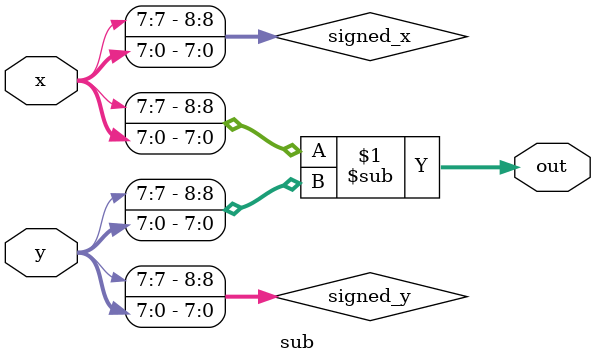
<source format=v>
module alu_assign(
    ctrl,
    x,
    y,
    carry,
    out  
);
    
    input  [3:0] ctrl;
    input  [7:0] x;
    input  [7:0] y;
    output       carry;
    output [7:0] out;

    wire [8:0] out_add,out_sub;

    add adder(.x(x),.y(y),.out(out_add));
    sub subtract(.x(x),.y(y),.out(out_sub));

    assign carry = (ctrl == 4'b0000) ? out_add[8]:
                   (ctrl == 4'b0001) ? out_sub[8]:1'b0;

    assign out = (ctrl == 4'b0000) ? out_add[7:0]:
                 (ctrl == 4'b0001) ? out_sub[7:0]:
                 (ctrl == 4'b0010) ? x&y:
                 (ctrl == 4'b0011) ? x|y:
                 (ctrl == 4'b0100) ? ~x:
                 (ctrl == 4'b0101) ? x^y:
                 (ctrl == 4'b0110) ? ~(x|y):
                 (ctrl == 4'b0111) ? y<<x[2:0]:
                 (ctrl == 4'b1000) ? y>>x[2:0]:
                 (ctrl == 4'b1001) ? {x[7],x[7:1]}:
                 (ctrl == 4'b1010) ? {x[6:0],x[7]}:
                 (ctrl == 4'b1011) ? {x[0],x[7:1]}:
                 (ctrl == 4'b1100) ? x==y:8'b00000000;
                
                   
endmodule


module add(
    x,
    y,
    out  
);
    
    input  [7:0] x;
    input  [7:0] y;
    output [8:0] out ;
    wire [8:0] signed_x,signed_y;
    assign signed_x = {x[7],x[7:0]};
    assign signed_y = {y[7],y[7:0]};
    assign out = signed_x + signed_y;

endmodule

module sub(
    x,
    y,
    out  
);
    
    input  [7:0] x;
    input  [7:0] y;
    output [8:0] out;
    wire [8:0] signed_x,signed_y;
    assign signed_x = {x[7],x[7:0]};
    assign signed_y = {y[7],y[7:0]};
    assign out = signed_x - signed_y;

endmodule


</source>
